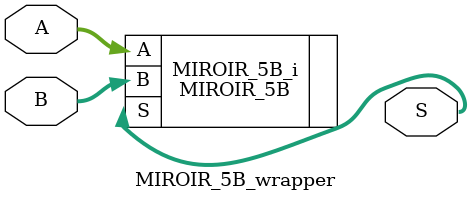
<source format=v>
`timescale 1 ps / 1 ps

module MIROIR_5B_wrapper
   (A,
    B,
    S);
  input [4:0]A;
  input [4:0]B;
  output [4:0]S;

  wire [4:0]A;
  wire [4:0]B;
  wire [4:0]S;

  MIROIR_5B MIROIR_5B_i
       (.A(A),
        .B(B),
        .S(S));
endmodule

</source>
